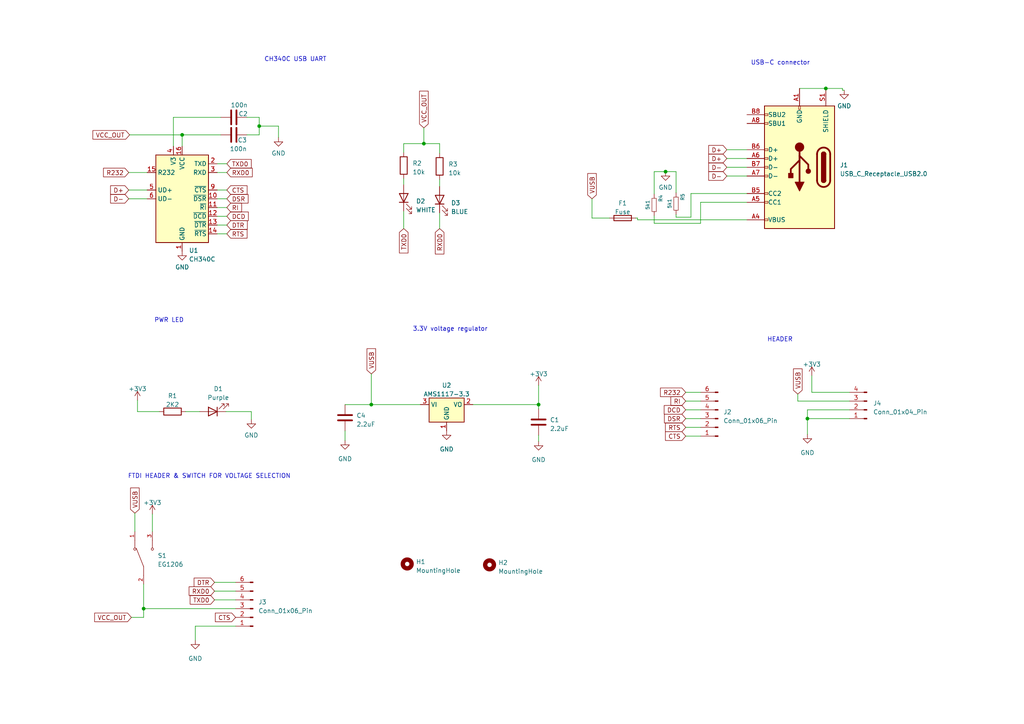
<source format=kicad_sch>
(kicad_sch (version 20230121) (generator eeschema)
  (paper "A4")
  (lib_symbols
    (symbol "Connector:Conn_01x04_Pin" (pin_names (offset 1.016) hide)
      (property "Reference" "J" (at 0 5.08 0))
      (property "Value" "Conn_01x04_Pin" (at 0 -7.62 0))
      (symbol "Conn_01x04_Pin_1_1"
        (polyline (pts (xy 1.27 -5.08) (xy 0.8636 -5.08)) (stroke (width 0.1524)))
        (polyline (pts (xy 1.27 -2.54) (xy 0.8636 -2.54)) (stroke (width 0.1524)))
        (polyline (pts (xy 1.27 0) (xy 0.8636 0)) (stroke (width 0.1524)))
        (polyline (pts (xy 1.27 2.54) (xy 0.8636 2.54)) (stroke (width 0.1524)))
        (rectangle (start 0.8636 -4.953) (end 0 -5.207) (stroke (width 0.1524)) (fill (type outline)))
        (rectangle (start 0.8636 -2.413) (end 0 -2.667) (stroke (width 0.1524)) (fill (type outline)))
        (rectangle (start 0.8636 0.127) (end 0 -0.127) (stroke (width 0.1524)) (fill (type outline)))
        (rectangle (start 0.8636 2.667) (end 0 2.413) (stroke (width 0.1524)) (fill (type outline)))
        (pin passive line (at 5.08 2.54 180) (length 3.81) (name "Pin_1") (number "1"))
        (pin passive line (at 5.08 0 180) (length 3.81) (name "Pin_2") (number "2"))
        (pin passive line (at 5.08 -2.54 180) (length 3.81) (name "Pin_3") (number "3"))
        (pin passive line (at 5.08 -5.08 180) (length 3.81) (name "Pin_4") (number "4"))
      )
    )
    (symbol "Connector:Conn_01x06_Pin" (pin_names (offset 1.016) hide)
      (property "Reference" "J" (at 0 7.62 0))
      (property "Value" "Conn_01x06_Pin" (at 0 -10.16 0))
      (symbol "Conn_01x06_Pin_1_1"
        (polyline (pts (xy 1.27 -7.62) (xy 0.8636 -7.62)) (stroke (width 0.1524)))
        (polyline (pts (xy 1.27 -5.08) (xy 0.8636 -5.08)) (stroke (width 0.1524)))
        (polyline (pts (xy 1.27 -2.54) (xy 0.8636 -2.54)) (stroke (width 0.1524)))
        (polyline (pts (xy 1.27 0) (xy 0.8636 0)) (stroke (width 0.1524)))
        (polyline (pts (xy 1.27 2.54) (xy 0.8636 2.54)) (stroke (width 0.1524)))
        (polyline (pts (xy 1.27 5.08) (xy 0.8636 5.08)) (stroke (width 0.1524)))
        (rectangle (start 0.8636 -7.493) (end 0 -7.747) (stroke (width 0.1524)) (fill (type outline)))
        (rectangle (start 0.8636 -4.953) (end 0 -5.207) (stroke (width 0.1524)) (fill (type outline)))
        (rectangle (start 0.8636 -2.413) (end 0 -2.667) (stroke (width 0.1524)) (fill (type outline)))
        (rectangle (start 0.8636 0.127) (end 0 -0.127) (stroke (width 0.1524)) (fill (type outline)))
        (rectangle (start 0.8636 2.667) (end 0 2.413) (stroke (width 0.1524)) (fill (type outline)))
        (rectangle (start 0.8636 5.207) (end 0 4.953) (stroke (width 0.1524)) (fill (type outline)))
        (pin passive line (at 5.08 5.08 180) (length 3.81) (name "Pin_1") (number "1"))
        (pin passive line (at 5.08 2.54 180) (length 3.81) (name "Pin_2") (number "2"))
        (pin passive line (at 5.08 0 180) (length 3.81) (name "Pin_3") (number "3"))
        (pin passive line (at 5.08 -2.54 180) (length 3.81) (name "Pin_4") (number "4"))
        (pin passive line (at 5.08 -5.08 180) (length 3.81) (name "Pin_5") (number "5"))
        (pin passive line (at 5.08 -7.62 180) (length 3.81) (name "Pin_6") (number "6"))
      )
    )
    (symbol "Connector:USB_C_Receptacle_USB2.0" (pin_names (offset 1.016))
      (property "Reference" "J" (at -10.16 19.05 0))
      (property "Value" "USB_C_Receptacle_USB2.0" (at 19.05 19.05 0))
      (symbol "USB_C_Receptacle_USB2.0_0_0"
        (rectangle (start -0.254 -17.78) (end 0.254 -16.764))
        (rectangle (start 10.16 -14.986) (end 9.144 -15.494))
        (rectangle (start 10.16 -12.446) (end 9.144 -12.954))
        (rectangle (start 10.16 -4.826) (end 9.144 -5.334))
        (rectangle (start 10.16 -2.286) (end 9.144 -2.794))
        (rectangle (start 10.16 0.254) (end 9.144 -0.254))
        (rectangle (start 10.16 2.794) (end 9.144 2.286))
        (rectangle (start 10.16 7.874) (end 9.144 7.366))
        (rectangle (start 10.16 10.414) (end 9.144 9.906))
        (rectangle (start 10.16 15.494) (end 9.144 14.986))
      )
      (symbol "USB_C_Receptacle_USB2.0_0_1"
        (rectangle (start -10.16 17.78) (end 10.16 -17.78) (stroke (width 0.254)) (fill (type background)))
        (arc (start -8.89 -3.81) (mid -6.985 -5.7067) (end -5.08 -3.81) (stroke (width 0.508)))
        (arc (start -7.62 -3.81) (mid -6.985 -4.4423) (end -6.35 -3.81) (stroke (width 0.254)))
        (arc (start -7.62 -3.81) (mid -6.985 -4.4423) (end -6.35 -3.81) (stroke (width 0.254)) (fill (type outline)))
        (rectangle (start -7.62 -3.81) (end -6.35 3.81) (stroke (width 0.254)) (fill (type outline)))
        (arc (start -6.35 3.81) (mid -6.985 4.4423) (end -7.62 3.81) (stroke (width 0.254)))
        (arc (start -6.35 3.81) (mid -6.985 4.4423) (end -7.62 3.81) (stroke (width 0.254)) (fill (type outline)))
        (arc (start -5.08 3.81) (mid -6.985 5.7067) (end -8.89 3.81) (stroke (width 0.508)))
        (circle (center -2.54 1.143) (radius 0.635) (stroke (width 0.254)) (fill (type outline)))
        (circle (center 0 -5.842) (radius 1.27) (fill (type outline)))
        (polyline (pts (xy -8.89 -3.81) (xy -8.89 3.81)) (stroke (width 0.508)))
        (polyline (pts (xy -5.08 3.81) (xy -5.08 -3.81)) (stroke (width 0.508)))
        (polyline (pts (xy 0 -5.842) (xy 0 4.318)) (stroke (width 0.508)))
        (polyline (pts (xy 0 -3.302) (xy -2.54 -0.762) (xy -2.54 0.508)) (stroke (width 0.508)))
        (polyline (pts (xy 0 -2.032) (xy 2.54 0.508) (xy 2.54 1.778)) (stroke (width 0.508)))
        (polyline (pts (xy -1.27 4.318) (xy 0 6.858) (xy 1.27 4.318) (xy -1.27 4.318)) (stroke (width 0.254)) (fill (type outline)))
        (rectangle (start 1.905 1.778) (end 3.175 3.048) (stroke (width 0.254)) (fill (type outline)))
      )
      (symbol "USB_C_Receptacle_USB2.0_1_1"
        (pin passive line (at 0 -22.86 90) (length 5.08) (name "GND") (number "A1"))
        (pin passive line (at 0 -22.86 90) (length 5.08) hide (name "GND") (number "A12"))
        (pin passive line (at 15.24 15.24 180) (length 5.08) (name "VBUS") (number "A4"))
        (pin bidirectional line (at 15.24 10.16 180) (length 5.08) (name "CC1") (number "A5"))
        (pin bidirectional line (at 15.24 -2.54 180) (length 5.08) (name "D+") (number "A6"))
        (pin bidirectional line (at 15.24 2.54 180) (length 5.08) (name "D-") (number "A7"))
        (pin bidirectional line (at 15.24 -12.7 180) (length 5.08) (name "SBU1") (number "A8"))
        (pin passive line (at 15.24 15.24 180) (length 5.08) hide (name "VBUS") (number "A9"))
        (pin passive line (at 0 -22.86 90) (length 5.08) hide (name "GND") (number "B1"))
        (pin passive line (at 0 -22.86 90) (length 5.08) hide (name "GND") (number "B12"))
        (pin passive line (at 15.24 15.24 180) (length 5.08) hide (name "VBUS") (number "B4"))
        (pin bidirectional line (at 15.24 7.62 180) (length 5.08) (name "CC2") (number "B5"))
        (pin bidirectional line (at 15.24 -5.08 180) (length 5.08) (name "D+") (number "B6"))
        (pin bidirectional line (at 15.24 0 180) (length 5.08) (name "D-") (number "B7"))
        (pin bidirectional line (at 15.24 -15.24 180) (length 5.08) (name "SBU2") (number "B8"))
        (pin passive line (at 15.24 15.24 180) (length 5.08) hide (name "VBUS") (number "B9"))
        (pin passive line (at -7.62 -22.86 90) (length 5.08) (name "SHIELD") (number "S1"))
      )
    )
    (symbol "Device:C" (pin_numbers hide) (pin_names (offset 0.254))
      (property "Reference" "C" (at 0.635 2.54 0))
      (property "Value" "C" (at 0.635 -2.54 0))
      (symbol "C_0_1"
        (polyline (pts (xy -2.032 -0.762) (xy 2.032 -0.762)) (stroke (width 0.508)))
        (polyline (pts (xy -2.032 0.762) (xy 2.032 0.762)) (stroke (width 0.508)))
      )
      (symbol "C_1_1"
        (pin passive line (at 0 3.81 270) (length 2.794) (name "~") (number "1"))
        (pin passive line (at 0 -3.81 90) (length 2.794) (name "~") (number "2"))
      )
    )
    (symbol "Device:Fuse" (pin_numbers hide) (pin_names (offset 0))
      (property "Reference" "F" (at 2.032 0 90))
      (property "Value" "Fuse" (at -1.905 0 90))
      (symbol "Fuse_0_1"
        (rectangle (start -0.762 -2.54) (end 0.762 2.54) (stroke (width 0.254)))
        (polyline (pts (xy 0 2.54) (xy 0 -2.54)))
      )
      (symbol "Fuse_1_1"
        (pin passive line (at 0 3.81 270) (length 1.27) (name "~") (number "1"))
        (pin passive line (at 0 -3.81 90) (length 1.27) (name "~") (number "2"))
      )
    )
    (symbol "Device:LED" (pin_numbers hide) (pin_names (offset 1.016) hide)
      (property "Reference" "D" (at 0 2.54 0))
      (property "Value" "LED" (at 0 -2.54 0))
      (symbol "LED_0_1"
        (polyline (pts (xy -1.27 -1.27) (xy -1.27 1.27)) (stroke (width 0.254)))
        (polyline (pts (xy -1.27 0) (xy 1.27 0)))
        (polyline (pts (xy 1.27 -1.27) (xy 1.27 1.27) (xy -1.27 0) (xy 1.27 -1.27)) (stroke (width 0.254)))
        (polyline (pts (xy -3.048 -0.762) (xy -4.572 -2.286) (xy -3.81 -2.286) (xy -4.572 -2.286) (xy -4.572 -1.524)))
        (polyline (pts (xy -1.778 -0.762) (xy -3.302 -2.286) (xy -2.54 -2.286) (xy -3.302 -2.286) (xy -3.302 -1.524)))
      )
      (symbol "LED_1_1"
        (pin passive line (at -3.81 0 0) (length 2.54) (name "K") (number "1"))
        (pin passive line (at 3.81 0 180) (length 2.54) (name "A") (number "2"))
      )
    )
    (symbol "Device:R" (pin_numbers hide) (pin_names (offset 0))
      (property "Reference" "R" (at 2.032 0 90))
      (property "Value" "R" (at 0 0 90))
      (symbol "R_0_1"
        (rectangle (start -1.016 -2.54) (end 1.016 2.54) (stroke (width 0.254)))
      )
      (symbol "R_1_1"
        (pin passive line (at 0 3.81 270) (length 1.27) (name "~") (number "1"))
        (pin passive line (at 0 -3.81 90) (length 1.27) (name "~") (number "2"))
      )
    )
    (symbol "EG1206:EG1206" (pin_names (offset 1.016))
      (property "Reference" "S" (at -2.54 5.08 0))
      (property "Value" "EG1206" (at -2.54 -5.08 0))
      (symbol "EG1206_0_0"
        (polyline (pts (xy -2.54 0) (xy -5.08 0)) (stroke (width 0.1524)))
        (polyline (pts (xy -2.54 0) (xy 2.794 2.1336)) (stroke (width 0.1524)))
        (polyline (pts (xy 5.08 -2.54) (xy 2.921 -2.54)) (stroke (width 0.1524)))
        (polyline (pts (xy 5.08 2.54) (xy 2.921 2.54)) (stroke (width 0.1524)))
        (circle (center 2.54 -2.54) (radius 0.3302) (stroke (width 0.1524)))
        (circle (center 2.54 2.54) (radius 0.3302) (stroke (width 0.1524)))
        (pin passive line (at 7.62 2.54 180) (length 2.54) (name "~") (number "1"))
        (pin passive line (at -7.62 0 0) (length 2.54) (name "~") (number "2"))
        (pin passive line (at 7.62 -2.54 180) (length 2.54) (name "~") (number "3"))
      )
    )
    (symbol "Interface_USB:CH340C"
      (property "Reference" "U" (at -5.08 13.97 0))
      (property "Value" "CH340C" (at 1.27 13.97 0))
      (symbol "CH340C_0_1"
        (rectangle (start -7.62 12.7) (end 7.62 -12.7) (stroke (width 0.254)) (fill (type background)))
      )
      (symbol "CH340C_1_1"
        (pin power_in line (at 0 -15.24 90) (length 2.54) (name "GND") (number "1"))
        (pin input line (at 10.16 0 180) (length 2.54) (name "~{DSR}") (number "10"))
        (pin input line (at 10.16 -2.54 180) (length 2.54) (name "~{RI}") (number "11"))
        (pin input line (at 10.16 -5.08 180) (length 2.54) (name "~{DCD}") (number "12"))
        (pin output line (at 10.16 -7.62 180) (length 2.54) (name "~{DTR}") (number "13"))
        (pin output line (at 10.16 -10.16 180) (length 2.54) (name "~{RTS}") (number "14"))
        (pin input line (at -10.16 7.62 0) (length 2.54) (name "R232") (number "15"))
        (pin power_in line (at 0 15.24 270) (length 2.54) (name "VCC") (number "16"))
        (pin output line (at 10.16 10.16 180) (length 2.54) (name "TXD") (number "2"))
        (pin input line (at 10.16 7.62 180) (length 2.54) (name "RXD") (number "3"))
        (pin passive line (at -2.54 15.24 270) (length 2.54) (name "V3") (number "4"))
        (pin bidirectional line (at -10.16 2.54 0) (length 2.54) (name "UD+") (number "5"))
        (pin bidirectional line (at -10.16 0 0) (length 2.54) (name "UD-") (number "6"))
        (pin no_connect line (at -7.62 -7.62 0) (length 2.54) hide (name "NC") (number "7"))
        (pin no_connect line (at -7.62 -10.16 0) (length 2.54) hide (name "NC") (number "8"))
        (pin input line (at 10.16 2.54 180) (length 2.54) (name "~{CTS}") (number "9"))
      )
    )
    (symbol "Mechanical:MountingHole" (pin_names (offset 1.016))
      (property "Reference" "H" (at 0 5.08 0))
      (property "Value" "MountingHole" (at 0 3.175 0))
      (symbol "MountingHole_0_1"
        (circle (center 0 0) (radius 1.27) (stroke (width 1.27)))
      )
    )
    (symbol "Regulator_Linear:AMS1117-3.3"
      (property "Reference" "U" (at -3.81 3.175 0))
      (property "Value" "AMS1117-3.3" (at 0 3.175 0))
      (symbol "AMS1117-3.3_0_1"
        (rectangle (start -5.08 -5.08) (end 5.08 1.905) (stroke (width 0.254)) (fill (type background)))
      )
      (symbol "AMS1117-3.3_1_1"
        (pin power_in line (at 0 -7.62 90) (length 2.54) (name "GND") (number "1"))
        (pin power_out line (at 7.62 0 180) (length 2.54) (name "VO") (number "2"))
        (pin power_in line (at -7.62 0 0) (length 2.54) (name "VI") (number "3"))
      )
    )
    (symbol "e-radionica.com schematics:0603R_1" (pin_numbers hide) (pin_names (offset 0.254))
      (property "Reference" "R" (at -1.905 1.905 0))
      (property "Value" "0603R" (at 0 -1.905 0))
      (symbol "0603R_1_0_1"
        (rectangle (start -1.905 -0.635) (end 1.905 -0.6604) (stroke (width 0.1)))
        (rectangle (start -1.905 0.635) (end -1.8796 -0.635) (stroke (width 0.1)))
        (rectangle (start -1.905 0.635) (end 1.905 0.6096) (stroke (width 0.1)))
        (rectangle (start 1.905 0.635) (end 1.9304 -0.635) (stroke (width 0.1)))
      )
      (symbol "0603R_1_1_1"
        (pin passive line (at -3.175 0 0) (length 1.27) (name "~") (number "1"))
        (pin passive line (at 3.175 0 180) (length 1.27) (name "~") (number "2"))
      )
    )
    (symbol "e-radionica.com schematics:0603R_2" (pin_numbers hide) (pin_names (offset 0.254))
      (property "Reference" "R" (at -1.905 1.905 0))
      (property "Value" "0603R" (at 0 -1.905 0))
      (symbol "0603R_2_0_1"
        (rectangle (start -1.905 -0.635) (end 1.905 -0.6604) (stroke (width 0.1)))
        (rectangle (start -1.905 0.635) (end -1.8796 -0.635) (stroke (width 0.1)))
        (rectangle (start -1.905 0.635) (end 1.905 0.6096) (stroke (width 0.1)))
        (rectangle (start 1.905 0.635) (end 1.9304 -0.635) (stroke (width 0.1)))
      )
      (symbol "0603R_2_1_1"
        (pin passive line (at -3.175 0 0) (length 1.27) (name "~") (number "1"))
        (pin passive line (at 3.175 0 180) (length 1.27) (name "~") (number "2"))
      )
    )
    (symbol "power:+3V3" (power) (pin_names (offset 0))
      (property "Value" "+3V3" (at 0 3.556 0))
      (symbol "+3V3_0_1"
        (polyline (pts (xy -0.762 1.27) (xy 0 2.54)))
        (polyline (pts (xy 0 0) (xy 0 2.54)))
        (polyline (pts (xy 0 2.54) (xy 0.762 1.27)))
      )
      (symbol "+3V3_1_1"
        (pin power_in line (at 0 0 90) (length 0) hide (name "+3V3") (number "1"))
      )
    )
    (symbol "power:GND" (power) (pin_names (offset 0))
      (property "Value" "GND" (at 0 -3.81 0))
      (symbol "GND_0_1"
        (polyline (pts (xy 0 0) (xy 0 -1.27) (xy 1.27 -1.27) (xy 0 -2.54) (xy -1.27 -1.27) (xy 0 -1.27)))
      )
      (symbol "GND_1_1"
        (pin power_in line (at 0 0 270) (length 0) hide (name "GND") (number "1"))
      )
    )
  )
  (junction (at 239.522 25.654))
  (junction (at 41.656 176.53))
  (junction (at 193.04 49.784))
  (junction (at 122.936 41.656))
  (junction (at 75.184 36.576))
  (junction (at 107.696 117.348))
  (junction (at 52.832 39.116))
  (junction (at 156.21 117.348))
  (junction (at 234.188 121.412))
  (wire (pts (xy 37.338 55.118) (xy 42.672 55.118)))
  (wire (pts (xy 122.936 41.656) (xy 127.508 41.656)))
  (wire (pts (xy 100.076 127.762) (xy 100.076 124.968)))
  (wire (pts (xy 44.196 149.098) (xy 44.196 154.178)))
  (wire (pts (xy 65.786 62.738) (xy 62.992 62.738)))
  (wire (pts (xy 39.116 148.844) (xy 39.116 154.178)))
  (wire (pts (xy 203.2 64.77) (xy 189.738 64.77)))
  (wire (pts (xy 127.508 52.07) (xy 127.508 54.102)))
  (wire (pts (xy 231.394 114.3) (xy 231.394 116.332)))
  (wire (pts (xy 184.912 63.246) (xy 184.912 63.754)))
  (wire (pts (xy 65.786 60.198) (xy 62.992 60.198)))
  (wire (pts (xy 64.008 34.036) (xy 50.292 34.036)))
  (wire (pts (xy 71.628 34.036) (xy 75.184 34.036)))
  (wire (pts (xy 50.292 34.036) (xy 50.292 42.418)))
  (wire (pts (xy 184.404 63.246) (xy 184.912 63.246)))
  (wire (pts (xy 244.348 26.162) (xy 244.348 25.654)))
  (wire (pts (xy 210.82 48.514) (xy 216.662 48.514)))
  (wire (pts (xy 75.184 36.576) (xy 75.184 39.116)))
  (wire (pts (xy 210.82 51.054) (xy 216.662 51.054)))
  (wire (pts (xy 203.2 58.674) (xy 203.2 64.77)))
  (wire (pts (xy 41.656 176.53) (xy 68.326 176.53)))
  (wire (pts (xy 75.184 34.036) (xy 75.184 36.576)))
  (wire (pts (xy 137.16 117.348) (xy 156.21 117.348)))
  (wire (pts (xy 65.532 119.38) (xy 72.898 119.38)))
  (wire (pts (xy 156.21 128.016) (xy 156.21 126.238)))
  (wire (pts (xy 80.772 39.878) (xy 80.772 36.576)))
  (wire (pts (xy 107.696 117.348) (xy 121.92 117.348)))
  (wire (pts (xy 100.076 117.348) (xy 107.696 117.348)))
  (wire (pts (xy 231.394 116.332) (xy 246.38 116.332)))
  (wire (pts (xy 39.878 119.38) (xy 46.228 119.38)))
  (wire (pts (xy 235.458 113.792) (xy 246.38 113.792)))
  (wire (pts (xy 56.642 181.61) (xy 68.326 181.61)))
  (wire (pts (xy 53.848 119.38) (xy 57.912 119.38)))
  (wire (pts (xy 65.786 67.818) (xy 62.992 67.818)))
  (wire (pts (xy 56.642 185.674) (xy 56.642 181.61)))
  (wire (pts (xy 62.23 168.91) (xy 68.326 168.91)))
  (wire (pts (xy 72.898 119.38) (xy 72.898 121.666)))
  (wire (pts (xy 234.188 125.984) (xy 234.188 121.412)))
  (wire (pts (xy 198.882 116.332) (xy 203.2 116.332)))
  (wire (pts (xy 41.656 169.418) (xy 41.656 176.53)))
  (wire (pts (xy 198.882 126.492) (xy 203.2 126.492)))
  (wire (pts (xy 210.82 43.434) (xy 216.662 43.434)))
  (wire (pts (xy 198.882 113.792) (xy 203.2 113.792)))
  (wire (pts (xy 65.786 55.118) (xy 62.992 55.118)))
  (wire (pts (xy 234.188 121.412) (xy 234.188 118.872)))
  (wire (pts (xy 198.882 121.412) (xy 203.2 121.412)))
  (wire (pts (xy 239.522 25.654) (xy 231.902 25.654)))
  (wire (pts (xy 189.738 49.784) (xy 193.04 49.784)))
  (wire (pts (xy 184.912 63.754) (xy 216.662 63.754)))
  (wire (pts (xy 38.1 179.07) (xy 41.656 179.07)))
  (wire (pts (xy 37.338 50.038) (xy 42.672 50.038)))
  (wire (pts (xy 196.088 62.23) (xy 196.088 62.992)))
  (wire (pts (xy 198.882 118.872) (xy 203.2 118.872)))
  (wire (pts (xy 65.786 50.038) (xy 62.992 50.038)))
  (wire (pts (xy 117.094 51.816) (xy 117.094 53.594)))
  (wire (pts (xy 156.21 111.76) (xy 156.21 117.348)))
  (wire (pts (xy 244.856 26.162) (xy 244.348 26.162)))
  (wire (pts (xy 210.82 45.974) (xy 216.662 45.974)))
  (wire (pts (xy 122.936 37.084) (xy 122.936 41.656)))
  (wire (pts (xy 196.088 49.784) (xy 193.04 49.784)))
  (wire (pts (xy 65.786 47.498) (xy 62.992 47.498)))
  (wire (pts (xy 234.188 118.872) (xy 246.38 118.872)))
  (wire (pts (xy 65.786 57.658) (xy 62.992 57.658)))
  (wire (pts (xy 234.188 121.412) (xy 246.38 121.412)))
  (wire (pts (xy 41.656 176.53) (xy 41.656 179.07)))
  (wire (pts (xy 244.348 25.654) (xy 239.522 25.654)))
  (wire (pts (xy 216.662 58.674) (xy 203.2 58.674)))
  (wire (pts (xy 117.094 44.196) (xy 117.094 41.656)))
  (wire (pts (xy 156.21 117.348) (xy 156.21 118.618)))
  (wire (pts (xy 62.23 173.99) (xy 68.326 173.99)))
  (wire (pts (xy 235.458 108.966) (xy 235.458 113.792)))
  (wire (pts (xy 75.184 39.116) (xy 71.628 39.116)))
  (wire (pts (xy 196.088 49.784) (xy 196.088 55.88)))
  (wire (pts (xy 117.094 41.656) (xy 122.936 41.656)))
  (wire (pts (xy 171.704 63.246) (xy 176.784 63.246)))
  (wire (pts (xy 198.882 123.952) (xy 203.2 123.952)))
  (wire (pts (xy 189.738 62.611) (xy 189.738 64.77)))
  (wire (pts (xy 37.338 57.658) (xy 42.672 57.658)))
  (wire (pts (xy 127.508 61.722) (xy 127.508 66.294)))
  (wire (pts (xy 39.878 116.078) (xy 39.878 119.38)))
  (wire (pts (xy 200.406 56.134) (xy 200.406 62.992)))
  (wire (pts (xy 52.832 39.116) (xy 52.832 42.418)))
  (wire (pts (xy 52.832 39.116) (xy 64.008 39.116)))
  (wire (pts (xy 189.738 49.784) (xy 189.738 56.261)))
  (wire (pts (xy 117.094 61.214) (xy 117.094 66.294)))
  (wire (pts (xy 216.662 56.134) (xy 200.406 56.134)))
  (wire (pts (xy 171.704 57.658) (xy 171.704 63.246)))
  (wire (pts (xy 127.508 41.656) (xy 127.508 44.45)))
  (wire (pts (xy 80.772 36.576) (xy 75.184 36.576)))
  (wire (pts (xy 200.406 62.992) (xy 196.088 62.992)))
  (wire (pts (xy 107.696 108.458) (xy 107.696 117.348)))
  (wire (pts (xy 65.786 65.278) (xy 62.992 65.278)))
  (wire (pts (xy 62.23 171.45) (xy 68.326 171.45)))
  (wire (pts (xy 37.592 39.116) (xy 52.832 39.116)))
  (text "USB-C connector" (at 234.95 19.05 0) (effects (font (size 1.27 1.27)) (justify right bottom)))
  (text "FTDI HEADER & SWITCH FOR VOLTAGE SELECTION" (at 84.328 138.938 0) (effects (font (size 1.27 1.27)) (justify right bottom)))
  (text "PWR LED" (at 53.34 93.726 0) (effects (font (size 1.27 1.27)) (justify right bottom)))
  (text "3.3V voltage regulator" (at 141.478 96.266 0) (effects (font (size 1.27 1.27)) (justify right bottom)))
  (text "CH340C USB UART" (at 94.742 18.034 0) (effects (font (size 1.27 1.27)) (justify right bottom)))
  (text "HEADER" (at 222.504 99.314 0) (effects (font (size 1.27 1.27)) (justify left bottom)))
  (global_label "VUSB" (shape input) (at 39.116 148.844 90) (property "Intersheetrefs" "${INTERSHEET_REFS}" (effects hide)))
  (global_label "D+" (shape input) (at 210.82 45.974 180) (property "Intersheetrefs" "${INTERSHEET_REFS}" (effects hide)))
  (global_label "D-" (shape input) (at 210.82 51.054 180) (property "Intersheetrefs" "${INTERSHEET_REFS}" (effects hide)))
  (global_label "RTS" (shape input) (at 198.882 123.952 180) (property "Intersheetrefs" "${INTERSHEET_REFS}" (effects hide)))
  (global_label "DCD" (shape input) (at 65.786 62.738 0) (property "Intersheetrefs" "${INTERSHEET_REFS}" (effects hide)))
  (global_label "D+" (shape input) (at 37.338 55.118 180) (property "Intersheetrefs" "${INTERSHEET_REFS}" (effects hide)))
  (global_label "R232" (shape input) (at 37.338 50.038 180) (property "Intersheetrefs" "${INTERSHEET_REFS}" (effects hide)))
  (global_label "RTS" (shape input) (at 65.786 67.818 0) (property "Intersheetrefs" "${INTERSHEET_REFS}" (effects hide)))
  (global_label "RXD0" (shape input) (at 62.23 171.45 180) (property "Intersheetrefs" "${INTERSHEET_REFS}" (effects hide)))
  (global_label "DSR" (shape input) (at 65.786 57.658 0) (property "Intersheetrefs" "${INTERSHEET_REFS}" (effects hide)))
  (global_label "TXD0" (shape input) (at 65.786 47.498 0) (property "Intersheetrefs" "${INTERSHEET_REFS}" (effects hide)))
  (global_label "DSR" (shape input) (at 198.882 121.412 180) (property "Intersheetrefs" "${INTERSHEET_REFS}" (effects hide)))
  (global_label "VUSB" (shape input) (at 231.394 114.3 90) (property "Intersheetrefs" "${INTERSHEET_REFS}" (effects hide)))
  (global_label "TXD0" (shape input) (at 62.23 173.99 180) (property "Intersheetrefs" "${INTERSHEET_REFS}" (effects hide)))
  (global_label "CTS" (shape input) (at 65.786 55.118 0) (property "Intersheetrefs" "${INTERSHEET_REFS}" (effects hide)))
  (global_label "VUSB" (shape input) (at 171.704 57.658 90) (property "Intersheetrefs" "${INTERSHEET_REFS}" (effects hide)))
  (global_label "TXD0" (shape input) (at 117.094 66.294 270) (property "Intersheetrefs" "${INTERSHEET_REFS}" (effects hide)))
  (global_label "VCC_OUT" (shape input) (at 37.592 39.116 180) (property "Intersheetrefs" "${INTERSHEET_REFS}" (effects hide)))
  (global_label "R232" (shape input) (at 198.882 113.792 180) (property "Intersheetrefs" "${INTERSHEET_REFS}" (effects hide)))
  (global_label "DTR" (shape input) (at 65.786 65.278 0) (property "Intersheetrefs" "${INTERSHEET_REFS}" (effects hide)))
  (global_label "RXD0" (shape input) (at 65.786 50.038 0) (property "Intersheetrefs" "${INTERSHEET_REFS}" (effects hide)))
  (global_label "D+" (shape input) (at 210.82 43.434 180) (property "Intersheetrefs" "${INTERSHEET_REFS}" (effects hide)))
  (global_label "RI" (shape input) (at 198.882 116.332 180) (property "Intersheetrefs" "${INTERSHEET_REFS}" (effects hide)))
  (global_label "D-" (shape input) (at 210.82 48.514 180) (property "Intersheetrefs" "${INTERSHEET_REFS}" (effects hide)))
  (global_label "D-" (shape input) (at 37.338 57.658 180) (property "Intersheetrefs" "${INTERSHEET_REFS}" (effects hide)))
  (global_label "RI" (shape input) (at 65.786 60.198 0) (property "Intersheetrefs" "${INTERSHEET_REFS}" (effects hide)))
  (global_label "VCC_OUT" (shape input) (at 38.1 179.07 180) (property "Intersheetrefs" "${INTERSHEET_REFS}" (effects hide)))
  (global_label "DCD" (shape input) (at 198.882 118.872 180) (property "Intersheetrefs" "${INTERSHEET_REFS}" (effects hide)))
  (global_label "CTS" (shape input) (at 198.882 126.492 180) (property "Intersheetrefs" "${INTERSHEET_REFS}" (effects hide)))
  (global_label "CTS" (shape input) (at 68.326 179.07 180) (property "Intersheetrefs" "${INTERSHEET_REFS}" (effects hide)))
  (global_label "RXD0" (shape input) (at 127.508 66.294 270) (property "Intersheetrefs" "${INTERSHEET_REFS}" (effects hide)))
  (global_label "VCC_OUT" (shape input) (at 122.936 37.084 90) (property "Intersheetrefs" "${INTERSHEET_REFS}" (effects hide)))
  (global_label "DTR" (shape input) (at 62.23 168.91 180) (property "Intersheetrefs" "${INTERSHEET_REFS}" (effects hide)))
  (global_label "VUSB" (shape input) (at 107.696 108.458 90) (property "Intersheetrefs" "${INTERSHEET_REFS}" (effects hide)))
  (symbol (lib_id "power:GND") (at 56.642 185.674 0) (unit 1)
    (property "Reference" "#PWR010" (effects hide))
    (property "Value" "GND" (at 56.642 191.008 0))
  )
  (symbol (lib_id "Connector:Conn_01x06_Pin") (at 208.28 121.412 180) (unit 1)
    (property "Reference" "J2" (at 209.804 119.507 0) (effects (justify right)))
    (property "Value" "Conn_01x06_Pin" (at 209.804 122.047 0) (effects (justify right)))
    (property "Footprint" "Connector_PinSocket_2.54mm:PinSocket_1x06_P2.54mm_Vertical" (effects hide))
  )
  (symbol (lib_id "Device:C") (at 67.818 39.116 90) (unit 1)
    (property "Reference" "C3" (at 71.628 40.64 90) (effects (justify left)))
    (property "Value" "100n" (at 71.628 43.18 90) (effects (justify left)))
    (property "Footprint" "Capacitor_SMD:C_0603_1608Metric" (effects hide))
  )
  (symbol (lib_id "power:GND") (at 156.21 128.016 0) (unit 1)
    (property "Reference" "#PWR02" (effects hide))
    (property "Value" "GND" (at 156.21 133.35 0))
  )
  (symbol (lib_id "Device:LED") (at 61.722 119.38 180) (unit 1)
    (property "Reference" "D1" (at 63.3095 112.776 0))
    (property "Value" "Purple" (at 63.3095 115.316 0))
    (property "Footprint" "LED_SMD:LED_0603_1608Metric_Pad1.05x0.95mm_HandSolder" (effects hide))
  )
  (symbol (lib_id "Device:LED") (at 117.094 57.404 90) (unit 1)
    (property "Reference" "D2" (at 120.65 58.3565 90) (effects (justify right)))
    (property "Value" "WHITE" (at 120.65 60.8965 90) (effects (justify right)))
    (property "Footprint" "LED_SMD:LED_0402_1005Metric" (effects hide))
  )
  (symbol (lib_id "Connector:Conn_01x06_Pin") (at 73.406 176.53 180) (unit 1)
    (property "Reference" "J3" (at 74.93 174.625 0) (effects (justify right)))
    (property "Value" "Conn_01x06_Pin" (at 74.93 177.165 0) (effects (justify right)))
    (property "Footprint" "Connector_PinSocket_2.54mm:PinSocket_1x06_P2.54mm_Vertical" (effects hide))
  )
  (symbol (lib_id "power:GND") (at 52.832 72.898 0) (unit 1)
    (property "Reference" "#PWR07" (effects hide))
    (property "Value" "GND" (at 52.832 77.47 0))
  )
  (symbol (lib_id "power:GND") (at 244.856 26.162 0) (unit 1)
    (property "Reference" "#PWR08" (effects hide))
    (property "Value" "GND" (at 244.856 30.734 0))
  )
  (symbol (lib_id "Device:C") (at 100.076 121.158 0) (unit 1)
    (property "Reference" "C4" (at 103.378 120.523 0) (effects (justify left)))
    (property "Value" "2.2uF" (at 103.378 123.063 0) (effects (justify left)))
    (property "Footprint" "Capacitor_SMD:C_0603_1608Metric" (effects hide))
  )
  (symbol (lib_id "Connector:Conn_01x04_Pin") (at 251.46 118.872 180) (unit 1)
    (property "Reference" "J4" (at 253.238 116.967 0) (effects (justify right)))
    (property "Value" "Conn_01x04_Pin" (at 253.238 119.507 0) (effects (justify right)))
    (property "Footprint" "Connector_PinSocket_2.54mm:PinSocket_1x04_P2.54mm_Vertical" (effects hide))
  )
  (symbol (lib_id "Connector:USB_C_Receptacle_USB2.0") (at 231.902 48.514 180) (unit 1)
    (property "Reference" "J1" (at 243.586 47.879 0) (effects (justify right)))
    (property "Value" "USB_C_Receptacle_USB2.0" (at 243.586 50.419 0) (effects (justify right)))
    (property "Footprint" "Connector_USB:USB_C_Receptacle_G-Switch_GT-USB-7010ASV" (effects hide))
    (property "Datasheet" "https://www.usb.org/sites/default/files/documents/usb_type-c.zip" (effects hide))
  )
  (symbol (lib_name "e-radionica.com schematics:0603R_2") (lib_id "e-radionica.com schematics:0603R") (at 196.088 59.055 270) (unit 1)
    (property "Reference" "R5" (at 197.993 57.15 0) (effects (font (size 1 1))))
    (property "Value" "5k1" (at 194.183 59.055 0) (effects (font (size 1 1))))
    (property "Footprint" "Resistor_SMD:R_0402_1005Metric" (effects hide))
  )
  (symbol (lib_id "power:+3V3") (at 44.196 149.098 0) (unit 1)
    (property "Reference" "#PWR014" (effects hide))
    (property "Value" "+3V3" (at 44.196 145.796 0))
  )
  (symbol (lib_id "power:GND") (at 129.54 124.968 0) (unit 1)
    (property "Reference" "#PWR012" (effects hide))
    (property "Value" "GND" (at 129.54 130.302 0))
  )
  (symbol (lib_id "Regulator_Linear:AMS1117-3.3") (at 129.54 117.348 0) (unit 1)
    (property "Reference" "U2" (at 129.54 111.76 0))
    (property "Value" "AMS1117-3.3" (at 129.54 114.3 0))
    (property "Footprint" "Package_TO_SOT_SMD:SOT-223-3_TabPin2" (effects hide))
    (property "Datasheet" "http://www.advanced-monolithic.com/pdf/ds1117.pdf" (effects hide))
  )
  (symbol (lib_name "e-radionica.com schematics:0603R_1") (lib_id "e-radionica.com schematics:0603R") (at 189.738 59.436 270) (unit 1)
    (property "Reference" "R4" (at 191.643 57.531 0) (effects (font (size 1 1))))
    (property "Value" "5k1" (at 187.833 59.436 0) (effects (font (size 1 1))))
    (property "Footprint" "Resistor_SMD:R_0402_1005Metric" (effects hide))
  )
  (symbol (lib_id "Device:R") (at 127.508 48.26 0) (unit 1)
    (property "Reference" "R3" (at 130.048 47.625 0) (effects (justify left)))
    (property "Value" "10k" (at 130.048 50.165 0) (effects (justify left)))
    (property "Footprint" "Resistor_SMD:R_0402_1005Metric" (effects hide))
  )
  (symbol (lib_id "power:+3V3") (at 235.458 108.966 0) (unit 1)
    (property "Reference" "#PWR011" (effects hide))
    (property "Value" "+3V3" (at 235.458 105.664 0))
  )
  (symbol (lib_id "Mechanical:MountingHole") (at 118.11 163.576 0) (unit 1)
    (property "Reference" "H1" (at 120.65 162.941 0) (effects (justify left)))
    (property "Value" "MountingHole" (at 120.65 165.481 0) (effects (justify left)))
    (property "Footprint" "MountingHole:MountingHole_2.7mm_M2.5" (effects hide))
  )
  (symbol (lib_id "Device:R") (at 117.094 48.006 0) (unit 1)
    (property "Reference" "R2" (at 119.634 47.371 0) (effects (justify left)))
    (property "Value" "10k" (at 119.634 49.911 0) (effects (justify left)))
    (property "Footprint" "Resistor_SMD:R_0402_1005Metric" (effects hide))
  )
  (symbol (lib_id "power:GND") (at 234.188 125.984 0) (unit 1)
    (property "Reference" "#PWR013" (effects hide))
    (property "Value" "GND" (at 234.188 131.318 0))
  )
  (symbol (lib_id "Device:C") (at 156.21 122.428 0) (unit 1)
    (property "Reference" "C1" (at 159.512 121.793 0) (effects (justify left)))
    (property "Value" "2.2uF" (at 159.512 124.333 0) (effects (justify left)))
    (property "Footprint" "Capacitor_SMD:C_0603_1608Metric" (effects hide))
  )
  (symbol (lib_id "Device:R") (at 50.038 119.38 90) (unit 1)
    (property "Reference" "R1" (at 50.038 114.808 90))
    (property "Value" "2K2" (at 50.038 117.348 90))
    (property "Footprint" "Resistor_SMD:R_0402_1005Metric" (effects hide))
  )
  (symbol (lib_id "power:GND") (at 72.898 121.666 0) (unit 1)
    (property "Reference" "#PWR04" (effects hide))
    (property "Value" "GND" (at 72.898 126.238 0))
  )
  (symbol (lib_id "power:GND") (at 80.772 39.878 0) (unit 1)
    (property "Reference" "#PWR05" (effects hide))
    (property "Value" "GND" (at 80.772 44.45 0))
  )
  (symbol (lib_id "Device:LED") (at 127.508 57.912 90) (unit 1)
    (property "Reference" "D3" (at 130.81 58.8645 90) (effects (justify right)))
    (property "Value" "BLUE" (at 130.81 61.4045 90) (effects (justify right)))
    (property "Footprint" "LED_SMD:LED_0402_1005Metric" (effects hide))
  )
  (symbol (lib_id "power:+3V3") (at 39.878 116.078 0) (unit 1)
    (property "Reference" "#PWR03" (effects hide))
    (property "Value" "+3V3" (at 39.878 112.776 0))
  )
  (symbol (lib_id "power:GND") (at 100.076 127.762 0) (unit 1)
    (property "Reference" "#PWR06" (effects hide))
    (property "Value" "GND" (at 100.076 133.096 0))
  )
  (symbol (lib_id "Interface_USB:CH340C") (at 52.832 57.658 0) (unit 1)
    (property "Reference" "U1" (at 54.7879 72.644 0) (effects (justify left)))
    (property "Value" "CH340C" (at 54.7879 75.184 0) (effects (justify left)))
    (property "Footprint" "Package_SO:SOIC-16_3.9x9.9mm_P1.27mm" (effects hide))
    (property "Datasheet" "https://datasheet.lcsc.com/szlcsc/Jiangsu-Qin-Heng-CH340C_C84681.pdf" (effects hide))
  )
  (symbol (lib_id "Device:C") (at 67.818 34.036 90) (unit 1)
    (property "Reference" "C2" (at 71.882 33.02 90) (effects (justify left)))
    (property "Value" "100n" (at 71.882 30.48 90) (effects (justify left)))
    (property "Footprint" "Capacitor_SMD:C_0603_1608Metric" (effects hide))
  )
  (symbol (lib_id "Mechanical:MountingHole") (at 141.986 163.83 0) (unit 1)
    (property "Reference" "H2" (at 144.526 163.195 0) (effects (justify left)))
    (property "Value" "MountingHole" (at 144.526 165.735 0) (effects (justify left)))
    (property "Footprint" "MountingHole:MountingHole_2.7mm_M2.5" (effects hide))
  )
  (symbol (lib_id "power:+3V3") (at 156.21 111.76 0) (unit 1)
    (property "Reference" "#PWR01" (effects hide))
    (property "Value" "+3V3" (at 156.21 108.458 0))
  )
  (symbol (lib_id "EG1206:EG1206") (at 41.656 161.798 90) (unit 1)
    (property "Reference" "S1" (at 45.72 161.163 90) (effects (justify right)))
    (property "Value" "EG1206" (at 45.72 163.703 90) (effects (justify right)))
    (property "Footprint" "EG1206:SW_EG1206" (effects hide))
    (property "MF" "E-Switch" (effects hide))
    (property "MAXIMUM_PACKAGE_HEIGHT" "6 mm" (effects hide))
    (property "Package" "None" (effects hide))
    (property "Price" "None" (effects hide))
    (property "Check_prices" "https://www.snapeda.com/parts/EG1206/E-Switch/view-part/?ref=eda" (effects hide))
    (property "STANDARD" "Manufacturer Recommendations" (effects hide))
    (property "PARTREV" "B" (effects hide))
    (property "SnapEDA_Link" "https://www.snapeda.com/parts/EG1206/E-Switch/view-part/?ref=snap" (effects hide))
    (property "MP" "EG1206" (effects hide))
    (property "Description" "\nSWITCH SLIDE SPDT 200MA 30V\n" (effects hide))
    (property "MANUFACTURER" "E-Switch" (effects hide))
    (property "Availability" "In Stock" (effects hide))
    (property "SNAPEDA_PN" "EG1206" (effects hide))
  )
  (symbol (lib_id "Device:Fuse") (at 180.594 63.246 90) (unit 1)
    (property "Reference" "F1" (at 180.594 58.928 90))
    (property "Value" "Fuse" (at 180.594 61.468 90))
    (property "Footprint" "LED_SMD:LED_0402_1005Metric" (effects hide))
  )
  (symbol (lib_id "power:GND") (at 193.04 49.784 0) (unit 1)
    (property "Reference" "#PWR09" (effects hide))
    (property "Value" "GND" (at 193.04 54.356 0))
  )
)
</source>
